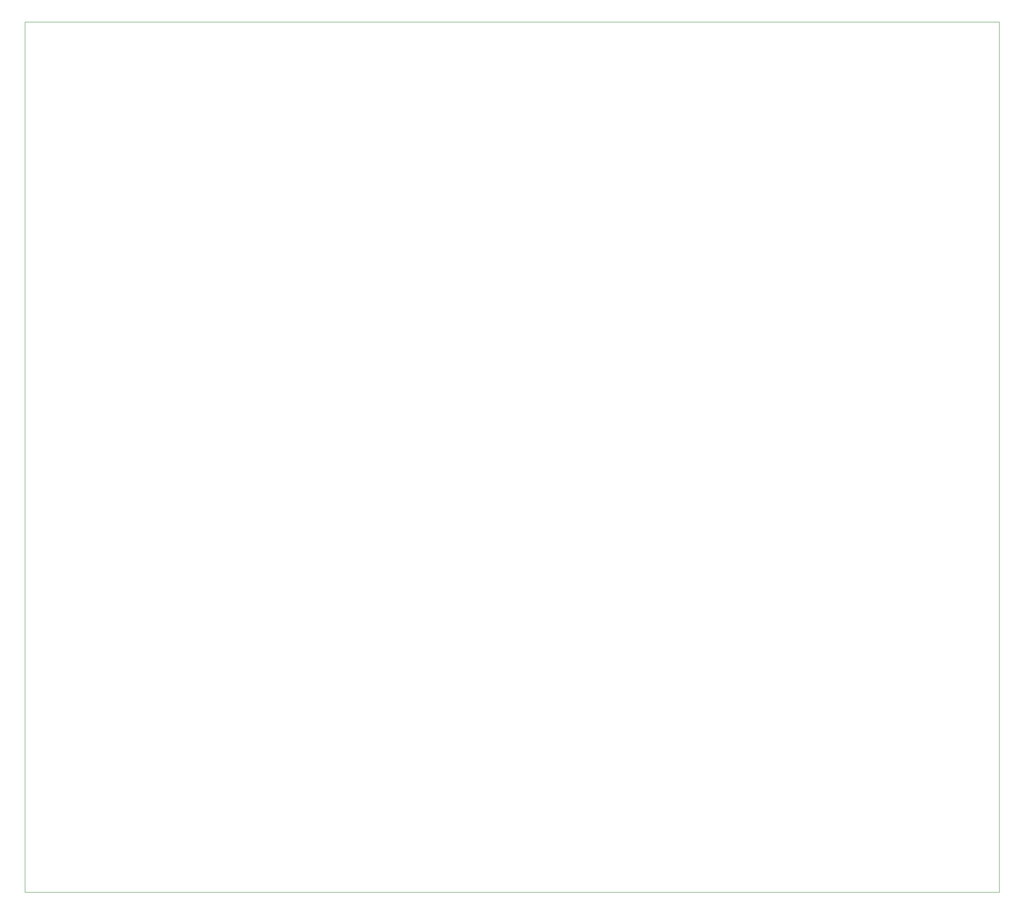
<source format=gbr>
%TF.GenerationSoftware,KiCad,Pcbnew,5.1.10-88a1d61d58~90~ubuntu20.04.1*%
%TF.CreationDate,2021-09-22T19:35:29-04:00*%
%TF.ProjectId,ysFFB,79734646-422e-46b6-9963-61645f706362,rev?*%
%TF.SameCoordinates,Original*%
%TF.FileFunction,Profile,NP*%
%FSLAX46Y46*%
G04 Gerber Fmt 4.6, Leading zero omitted, Abs format (unit mm)*
G04 Created by KiCad (PCBNEW 5.1.10-88a1d61d58~90~ubuntu20.04.1) date 2021-09-22 19:35:29*
%MOMM*%
%LPD*%
G01*
G04 APERTURE LIST*
%TA.AperFunction,Profile*%
%ADD10C,0.100000*%
%TD*%
G04 APERTURE END LIST*
D10*
X-5200000Y-32000000D02*
X-5200000Y-207000000D01*
X-201200000Y-32000000D02*
X-5200000Y-32000000D01*
X-5200000Y-207000000D02*
X-201200000Y-207000000D01*
X-201200000Y-207000000D02*
X-201200000Y-32000000D01*
M02*

</source>
